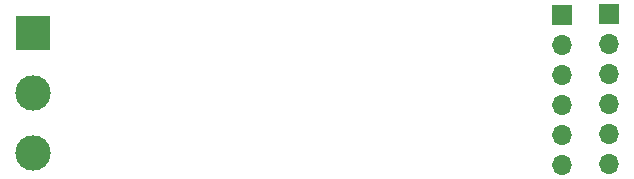
<source format=gbr>
%TF.GenerationSoftware,KiCad,Pcbnew,7.0.2*%
%TF.CreationDate,2023-10-12T22:53:16+02:00*%
%TF.ProjectId,tja1018-breakout,746a6131-3031-4382-9d62-7265616b6f75,rev?*%
%TF.SameCoordinates,Original*%
%TF.FileFunction,Copper,L2,Bot*%
%TF.FilePolarity,Positive*%
%FSLAX46Y46*%
G04 Gerber Fmt 4.6, Leading zero omitted, Abs format (unit mm)*
G04 Created by KiCad (PCBNEW 7.0.2) date 2023-10-12 22:53:16*
%MOMM*%
%LPD*%
G01*
G04 APERTURE LIST*
%TA.AperFunction,ComponentPad*%
%ADD10R,1.700000X1.700000*%
%TD*%
%TA.AperFunction,ComponentPad*%
%ADD11O,1.700000X1.700000*%
%TD*%
%TA.AperFunction,ComponentPad*%
%ADD12R,3.000000X3.000000*%
%TD*%
%TA.AperFunction,ComponentPad*%
%ADD13C,3.000000*%
%TD*%
G04 APERTURE END LIST*
D10*
%TO.P,J103,1,Pin_1*%
%TO.N,VCC*%
X107000000Y-82805000D03*
D11*
%TO.P,J103,2,Pin_2*%
%TO.N,Net-(J102-Pin_2)*%
X107000000Y-85345000D03*
%TO.P,J103,3,Pin_3*%
%TO.N,Net-(J102-Pin_3)*%
X107000000Y-87885000D03*
%TO.P,J103,4,Pin_4*%
%TO.N,Net-(J102-Pin_4)*%
X107000000Y-90425000D03*
%TO.P,J103,5,Pin_5*%
%TO.N,Net-(J102-Pin_5)*%
X107000000Y-92965000D03*
%TO.P,J103,6,Pin_6*%
%TO.N,GND*%
X107000000Y-95505000D03*
%TD*%
D10*
%TO.P,J102,1,Pin_1*%
%TO.N,VCC*%
X103000000Y-82890000D03*
D11*
%TO.P,J102,2,Pin_2*%
%TO.N,Net-(J102-Pin_2)*%
X103000000Y-85430000D03*
%TO.P,J102,3,Pin_3*%
%TO.N,Net-(J102-Pin_3)*%
X103000000Y-87970000D03*
%TO.P,J102,4,Pin_4*%
%TO.N,Net-(J102-Pin_4)*%
X103000000Y-90510000D03*
%TO.P,J102,5,Pin_5*%
%TO.N,Net-(J102-Pin_5)*%
X103000000Y-93050000D03*
%TO.P,J102,6,Pin_6*%
%TO.N,GND*%
X103000000Y-95590000D03*
%TD*%
D12*
%TO.P,J101,1,Pin_1*%
%TO.N,+BATT*%
X58200000Y-84465000D03*
D13*
%TO.P,J101,2,Pin_2*%
%TO.N,Net-(D101-A2)*%
X58200000Y-89545000D03*
%TO.P,J101,3,Pin_3*%
%TO.N,GND*%
X58200000Y-94625000D03*
%TD*%
M02*

</source>
